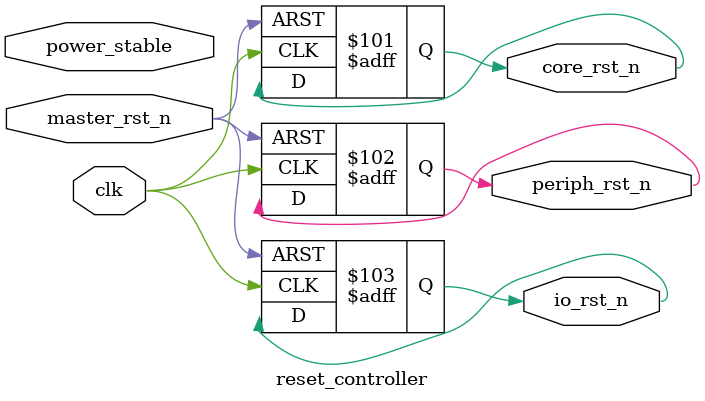
<source format=sv>
module reset_controller(
  input clk, master_rst_n, power_stable,
  output reg core_rst_n, periph_rst_n, io_rst_n
);
  reg [1:0] rst_state;
  
  always @(posedge clk or negedge master_rst_n) begin
    if (!master_rst_n) begin
      rst_state <= 2'b00;
      core_rst_n <= 1'b0;
      periph_rst_n <= 1'b0;
      io_rst_n <= 1'b0;
    end else if (power_stable) begin
      case (rst_state)
        2'b00: begin 
          reset_sequence_step(core_rst_n, rst_state, 2'b01); 
        end
        2'b01: begin 
          reset_sequence_step(periph_rst_n, rst_state, 2'b10); 
        end
        2'b10: begin 
          reset_sequence_step(io_rst_n, rst_state, 2'b11); 
        end
        2'b11: rst_state <= 2'b11;
      endcase
    end
  end
  
  // 任务：处理顺序复位步骤
  task reset_sequence_step;
    inout reg rst_signal;         // 当前步骤要释放的复位信号
    inout reg [1:0] state;        // 状态寄存器
    input [1:0] next_state;       // 下一状态值
    begin
      rst_signal <= 1'b1;         // 释放复位（高电平有效）
      state <= next_state;        // 更新到下一状态
    end
  endtask
endmodule
</source>
